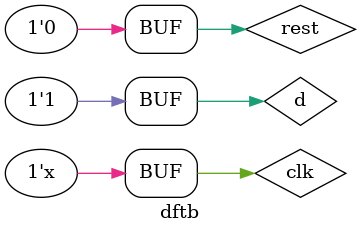
<source format=v>
`timescale 1ns / 1ps


module dftb;

	// Inputs
	reg clk;
	reg rest;
	reg d;

	// Outputs
	wire q;

	// Instantiate the Unit Under Test (UUT)
	df uut (
		.clk(clk), 
		.rest(rest), 
		.d(d), 
		.q(q)
	);
	initial begin
	$monitor("$time=$g,d=%b,rest=%b,q=%b,clk=%b",$time,d,rest,q,clk);
	end
	initial begin
		// Initialize Inputs
		clk = 0;
		rest = 1;

		// Wait 100 ns for global reset to finish
		#100;
		rest = 0;d=0;
		#100;d=1;
        
		// Add stimulus here

	end
	always 
	#30 clk=~clk;
	
endmodule


</source>
